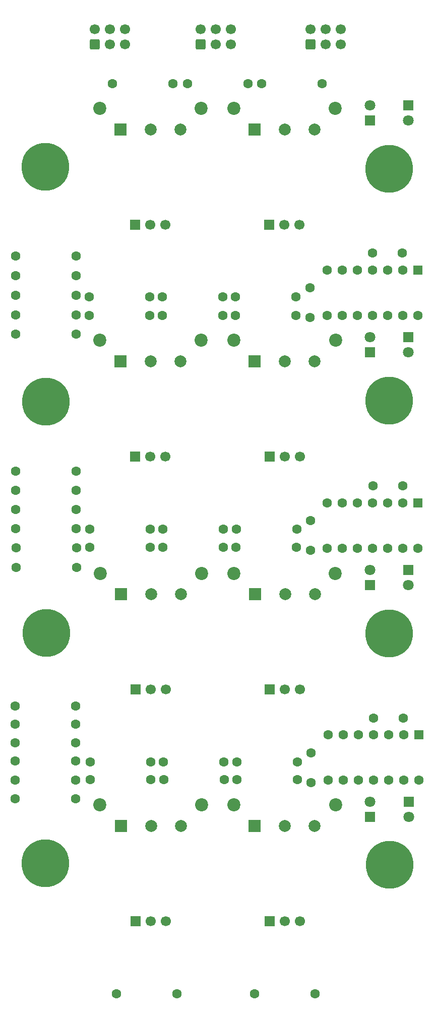
<source format=gbr>
%TF.GenerationSoftware,KiCad,Pcbnew,9.0.7*%
%TF.CreationDate,2026-02-08T19:18:28+11:00*%
%TF.ProjectId,attenuverter,61747465-6e75-4766-9572-7465722e6b69,rev?*%
%TF.SameCoordinates,Original*%
%TF.FileFunction,Soldermask,Bot*%
%TF.FilePolarity,Negative*%
%FSLAX46Y46*%
G04 Gerber Fmt 4.6, Leading zero omitted, Abs format (unit mm)*
G04 Created by KiCad (PCBNEW 9.0.7) date 2026-02-08 19:18:28*
%MOMM*%
%LPD*%
G01*
G04 APERTURE LIST*
G04 Aperture macros list*
%AMRoundRect*
0 Rectangle with rounded corners*
0 $1 Rounding radius*
0 $2 $3 $4 $5 $6 $7 $8 $9 X,Y pos of 4 corners*
0 Add a 4 corners polygon primitive as box body*
4,1,4,$2,$3,$4,$5,$6,$7,$8,$9,$2,$3,0*
0 Add four circle primitives for the rounded corners*
1,1,$1+$1,$2,$3*
1,1,$1+$1,$4,$5*
1,1,$1+$1,$6,$7*
1,1,$1+$1,$8,$9*
0 Add four rect primitives between the rounded corners*
20,1,$1+$1,$2,$3,$4,$5,0*
20,1,$1+$1,$4,$5,$6,$7,0*
20,1,$1+$1,$6,$7,$8,$9,0*
20,1,$1+$1,$8,$9,$2,$3,0*%
G04 Aperture macros list end*
%ADD10C,1.600000*%
%ADD11R,2.000000X2.000000*%
%ADD12C,2.000000*%
%ADD13R,1.800000X1.800000*%
%ADD14C,1.800000*%
%ADD15RoundRect,0.250000X-0.550000X0.550000X-0.550000X-0.550000X0.550000X-0.550000X0.550000X0.550000X0*%
%ADD16RoundRect,0.250000X0.600000X-0.600000X0.600000X0.600000X-0.600000X0.600000X-0.600000X-0.600000X0*%
%ADD17C,1.700000*%
%ADD18C,8.000000*%
%ADD19C,2.200000*%
%ADD20R,1.700000X1.700000*%
G04 APERTURE END LIST*
D10*
%TO.C,R18*%
X32480000Y-102800000D03*
X22320000Y-102800000D03*
%TD*%
D11*
%TO.C,J10*%
X62428400Y-77900000D03*
D12*
X67508400Y-77900000D03*
X72508400Y-77900000D03*
%TD*%
D10*
%TO.C,R16*%
X22200000Y-135800000D03*
X32360000Y-135800000D03*
%TD*%
%TO.C,C6*%
X82400000Y-137900000D03*
X87400000Y-137900000D03*
%TD*%
%TO.C,R7*%
X22300000Y-70100000D03*
X32460000Y-70100000D03*
%TD*%
%TO.C,R26*%
X72580000Y-184200000D03*
X62420000Y-184200000D03*
%TD*%
%TO.C,R27*%
X22220000Y-148255600D03*
X32380000Y-148255600D03*
%TD*%
%TO.C,R5*%
X22300000Y-63500000D03*
X32460000Y-63500000D03*
%TD*%
%TO.C,R13*%
X69500000Y-106100000D03*
X59340000Y-106100000D03*
%TD*%
%TO.C,R20*%
X59440000Y-145200000D03*
X69600000Y-145200000D03*
%TD*%
D13*
%TO.C,D1*%
X88236400Y-34899681D03*
D14*
X88236400Y-37439681D03*
%TD*%
D10*
%TO.C,C1*%
X87200000Y-59700000D03*
X82200000Y-59700000D03*
%TD*%
%TO.C,R19*%
X22200000Y-138900000D03*
X32360000Y-138900000D03*
%TD*%
D15*
%TO.C,U2*%
X89840000Y-101680000D03*
D10*
X87300000Y-101680000D03*
X84760000Y-101680000D03*
X82220000Y-101680000D03*
X79680000Y-101680000D03*
X77140000Y-101680000D03*
X74600000Y-101680000D03*
X74600000Y-109300000D03*
X77140000Y-109300000D03*
X79680000Y-109300000D03*
X82220000Y-109300000D03*
X84760000Y-109300000D03*
X87300000Y-109300000D03*
X89840000Y-109300000D03*
%TD*%
%TO.C,R23*%
X39240000Y-184200000D03*
X49400000Y-184200000D03*
%TD*%
D13*
%TO.C,D7*%
X88330800Y-151894000D03*
D14*
X88330800Y-154434000D03*
%TD*%
D13*
%TO.C,D8*%
X81828400Y-154439000D03*
D14*
X81828400Y-151899000D03*
%TD*%
D10*
%TO.C,R39*%
X47140000Y-148200000D03*
X57300000Y-148200000D03*
%TD*%
D16*
%TO.C,J2*%
X53386000Y-24646800D03*
D17*
X53386000Y-22106800D03*
X55926000Y-24646800D03*
X55926000Y-22106800D03*
X58466000Y-24646800D03*
X58466000Y-22106800D03*
%TD*%
D18*
%TO.C,J19*%
X85079600Y-162536138D03*
%TD*%
D10*
%TO.C,R6*%
X46920000Y-67100000D03*
X57080000Y-67100000D03*
%TD*%
%TO.C,R22*%
X22200000Y-151386000D03*
X32360000Y-151386000D03*
%TD*%
D19*
%TO.C,RV4*%
X58968400Y-74400000D03*
X76018400Y-74400000D03*
D20*
X64928400Y-93900000D03*
D17*
X67468400Y-93900000D03*
X70008400Y-93900000D03*
%TD*%
D10*
%TO.C,C3*%
X71800000Y-109700000D03*
X71800000Y-104700000D03*
%TD*%
D18*
%TO.C,J15*%
X85048109Y-123652826D03*
%TD*%
D10*
%TO.C,R32*%
X69400000Y-70200000D03*
X59240000Y-70200000D03*
%TD*%
D16*
%TO.C,J1*%
X35560000Y-24700000D03*
D17*
X35560000Y-22160000D03*
X38100000Y-24700000D03*
X38100000Y-22160000D03*
X40640000Y-24700000D03*
X40640000Y-22160000D03*
%TD*%
D18*
%TO.C,J7*%
X85007313Y-45573630D03*
%TD*%
D10*
%TO.C,R2*%
X34640000Y-67100000D03*
X44800000Y-67100000D03*
%TD*%
D13*
%TO.C,D4*%
X81806800Y-76380800D03*
D14*
X81806800Y-73840800D03*
%TD*%
D18*
%TO.C,J16*%
X27320000Y-162282138D03*
%TD*%
D15*
%TO.C,U1*%
X89815000Y-62590000D03*
D10*
X87275000Y-62590000D03*
X84735000Y-62590000D03*
X82195000Y-62590000D03*
X79655000Y-62590000D03*
X77115000Y-62590000D03*
X74575000Y-62590000D03*
X74575000Y-70210000D03*
X77115000Y-70210000D03*
X79655000Y-70210000D03*
X82195000Y-70210000D03*
X84735000Y-70210000D03*
X87275000Y-70210000D03*
X89815000Y-70210000D03*
%TD*%
D19*
%TO.C,RV5*%
X36518400Y-113555600D03*
X53568400Y-113555600D03*
D20*
X42478400Y-133055600D03*
D17*
X45018400Y-133055600D03*
X47558400Y-133055600D03*
%TD*%
D10*
%TO.C,R30*%
X73780000Y-31300000D03*
X63620000Y-31300000D03*
%TD*%
D11*
%TO.C,J18*%
X62450000Y-155955600D03*
D12*
X67530000Y-155955600D03*
X72530000Y-155955600D03*
%TD*%
D10*
%TO.C,R38*%
X69600000Y-148200000D03*
X59440000Y-148200000D03*
%TD*%
%TO.C,R11*%
X32480000Y-106000000D03*
X22320000Y-106000000D03*
%TD*%
D19*
%TO.C,RV8*%
X58990000Y-152455600D03*
X76040000Y-152455600D03*
D20*
X64950000Y-171955600D03*
D17*
X67490000Y-171955600D03*
X70030000Y-171955600D03*
%TD*%
D16*
%TO.C,J3*%
X71860000Y-24646800D03*
D17*
X71860000Y-22106800D03*
X74400000Y-24646800D03*
X74400000Y-22106800D03*
X76940000Y-24646800D03*
X76940000Y-22106800D03*
%TD*%
D19*
%TO.C,RV6*%
X58958400Y-113555600D03*
X76008400Y-113555600D03*
D20*
X64918400Y-133055600D03*
D17*
X67458400Y-133055600D03*
X69998400Y-133055600D03*
%TD*%
D18*
%TO.C,J8*%
X27349200Y-84661200D03*
%TD*%
D10*
%TO.C,R9*%
X22300000Y-96400000D03*
X32460000Y-96400000D03*
%TD*%
D18*
%TO.C,J4*%
X27276400Y-45270648D03*
%TD*%
D11*
%TO.C,J14*%
X62518400Y-117055600D03*
D12*
X67598400Y-117055600D03*
X72598400Y-117055600D03*
%TD*%
D10*
%TO.C,R33*%
X46940000Y-70200000D03*
X57100000Y-70200000D03*
%TD*%
D15*
%TO.C,U3*%
X90015000Y-140690000D03*
D10*
X87475000Y-140690000D03*
X84935000Y-140690000D03*
X82395000Y-140690000D03*
X79855000Y-140690000D03*
X77315000Y-140690000D03*
X74775000Y-140690000D03*
X74775000Y-148310000D03*
X77315000Y-148310000D03*
X79855000Y-148310000D03*
X82395000Y-148310000D03*
X84935000Y-148310000D03*
X87475000Y-148310000D03*
X90015000Y-148310000D03*
%TD*%
%TO.C,R24*%
X34800000Y-145200000D03*
X44960000Y-145200000D03*
%TD*%
%TO.C,R31*%
X48700000Y-31300000D03*
X38540000Y-31300000D03*
%TD*%
D11*
%TO.C,J5*%
X39906400Y-38965448D03*
D12*
X44986400Y-38965448D03*
X49986400Y-38965448D03*
%TD*%
D19*
%TO.C,RV1*%
X36406400Y-35465448D03*
X53456400Y-35465448D03*
D20*
X42366400Y-54965448D03*
D17*
X44906400Y-54965448D03*
X47446400Y-54965448D03*
%TD*%
D10*
%TO.C,R29*%
X51120000Y-31300000D03*
X61280000Y-31300000D03*
%TD*%
%TO.C,R10*%
X22340000Y-109255600D03*
X32500000Y-109255600D03*
%TD*%
%TO.C,R8*%
X22320000Y-73383600D03*
X32480000Y-73383600D03*
%TD*%
%TO.C,R25*%
X57280000Y-145200000D03*
X47120000Y-145200000D03*
%TD*%
%TO.C,R3*%
X59240000Y-67100000D03*
X69400000Y-67100000D03*
%TD*%
D19*
%TO.C,RV7*%
X36450000Y-152455600D03*
X53500000Y-152455600D03*
D20*
X42410000Y-171955600D03*
D17*
X44950000Y-171955600D03*
X47490000Y-171955600D03*
%TD*%
D10*
%TO.C,R17*%
X34740000Y-106100000D03*
X44900000Y-106100000D03*
%TD*%
%TO.C,R12*%
X22300000Y-99600000D03*
X32460000Y-99600000D03*
%TD*%
D19*
%TO.C,RV2*%
X58946400Y-35465448D03*
X75996400Y-35465448D03*
D20*
X64906400Y-54965448D03*
D17*
X67446400Y-54965448D03*
X69986400Y-54965448D03*
%TD*%
D10*
%TO.C,C2*%
X71700000Y-70600000D03*
X71700000Y-65600000D03*
%TD*%
%TO.C,R21*%
X22220000Y-145100000D03*
X32380000Y-145100000D03*
%TD*%
%TO.C,R4*%
X32460000Y-66800000D03*
X22300000Y-66800000D03*
%TD*%
%TO.C,C5*%
X71900000Y-143700000D03*
X71900000Y-148700000D03*
%TD*%
%TO.C,R40*%
X44960000Y-148200000D03*
X34800000Y-148200000D03*
%TD*%
%TO.C,R34*%
X44800000Y-70200000D03*
X34640000Y-70200000D03*
%TD*%
%TO.C,R36*%
X47040000Y-109200000D03*
X57200000Y-109200000D03*
%TD*%
%TO.C,R1*%
X22320000Y-60200000D03*
X32480000Y-60200000D03*
%TD*%
D18*
%TO.C,J11*%
X85007200Y-84559600D03*
%TD*%
D10*
%TO.C,R15*%
X22359200Y-112538000D03*
X32519200Y-112538000D03*
%TD*%
%TO.C,R35*%
X69480000Y-109200000D03*
X59320000Y-109200000D03*
%TD*%
%TO.C,R37*%
X44880000Y-109200000D03*
X34720000Y-109200000D03*
%TD*%
D11*
%TO.C,J13*%
X40018400Y-117055600D03*
D12*
X45098400Y-117055600D03*
X50098400Y-117055600D03*
%TD*%
D18*
%TO.C,J12*%
X27439200Y-123561600D03*
%TD*%
D10*
%TO.C,C4*%
X82300000Y-98800000D03*
X87300000Y-98800000D03*
%TD*%
D19*
%TO.C,RV3*%
X36428400Y-74400000D03*
X53478400Y-74400000D03*
D20*
X42388400Y-93900000D03*
D17*
X44928400Y-93900000D03*
X47468400Y-93900000D03*
%TD*%
D11*
%TO.C,J9*%
X39928400Y-77900000D03*
D12*
X45008400Y-77900000D03*
X50008400Y-77900000D03*
%TD*%
D11*
%TO.C,J6*%
X62406400Y-38965448D03*
D12*
X67486400Y-38965448D03*
X72486400Y-38965448D03*
%TD*%
D11*
%TO.C,J17*%
X39950000Y-155955600D03*
D12*
X45030000Y-155955600D03*
X50030000Y-155955600D03*
%TD*%
D13*
%TO.C,D5*%
X88275126Y-112995200D03*
D14*
X88275126Y-115535200D03*
%TD*%
D10*
%TO.C,R14*%
X57200000Y-106100000D03*
X47040000Y-106100000D03*
%TD*%
D13*
%TO.C,D3*%
X88258400Y-73840800D03*
D14*
X88258400Y-76380800D03*
%TD*%
D10*
%TO.C,R28*%
X22200000Y-142000000D03*
X32360000Y-142000000D03*
%TD*%
D13*
%TO.C,D2*%
X81784800Y-37447448D03*
D14*
X81784800Y-34907448D03*
%TD*%
D13*
%TO.C,D6*%
X81795200Y-115535200D03*
D14*
X81795200Y-112995200D03*
%TD*%
M02*

</source>
